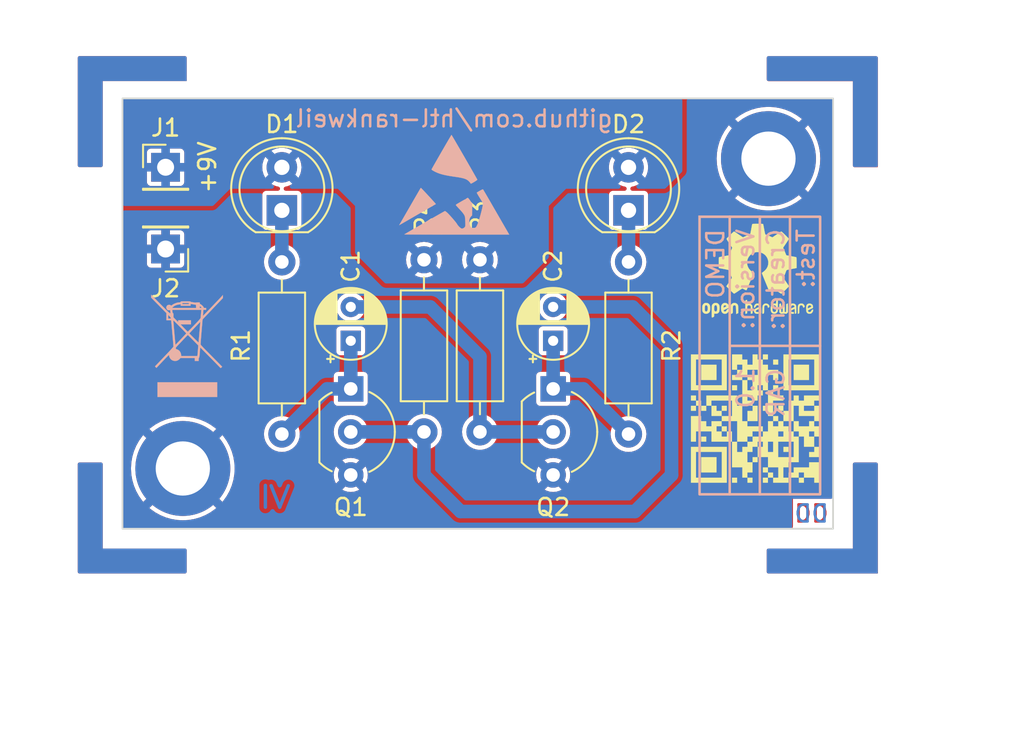
<source format=kicad_pcb>
(kicad_pcb (version 20221018) (generator pcbnew)
  (title_block (title "${acronym} - ${title}") (date "${date}") (rev "${revision}") (company "${company}") (comment 1 "${creator}") (comment 2 "${license}"))
  (layers (0 "F.Cu" signal) (31 "B.Cu" signal) (34 "B.Paste" user) (35 "F.Paste" user) (36 "B.SilkS" user "B.Silkscreen") (37 "F.SilkS" user "F.Silkscreen") (38 "B.Mask" user) (39 "F.Mask" user) (44 "Edge.Cuts" user))
  (property "acronym" "DD")
  (property "company" "HTL-Rankweil")
  (property "creator" "GAR")
  (property "date" "1337-13-37")
  (property "license" "CC BY-NC-SA 4.0")
  (property "link" "github.com/htl-rankweil")
  (property "revision" "1.0")
  (property "title" "DEMO")
  (net 0 "")
  (net 1 "Net-(Q1-C)")
  (net 2 "GND")
  (net 3 "Net-(Q2-B)")
  (net 4 "Net-(Q2-C)")
  (net 5 "Net-(Q1-B)")
  (net 6 "Net-(D1-K)")
  (net 7 "Net-(D2-K)")
  (net 8 "+9V")
  (footprint "MountingHole:MountingHole_3.2mm_M3_DIN965_Pad" (layer "F.Cu") (at 130.556 110.598996)
    (fp_text reference "H2" hide)
    (fp_text value "MountingHole_Pad" hide)
    (pad "1" thru_hole circle (at 0 0) (size 5.6 5.6) (drill 3.2) (layers "*.Cu" "*.Mask") (net 2 "GND"))
  )
  (footprint "Capacitor_THT:CP_Radial_D4.0mm_P2.00mm" (layer "F.Cu") (at 152.4 103.062595 90)
    (fp_text reference "C2" (at 4.401599 0 90) (layer "F.SilkS"))
    (fp_text value "10u")
    (pad "1" thru_hole rect (at 0 0 90) (size 1.2 1.2) (drill 0.6) (layers "*.Cu" "*.Mask") (net 4 "Net-(Q2-C)"))
    (pad "2" thru_hole circle (at 2 0 90) (size 1.2 1.2) (drill 0.6) (layers "*.Cu" "*.Mask") (net 5 "Net-(Q1-B)"))
  )
  (footprint "Resistor_THT:R_Axial_DIN0207_L6.3mm_D2.5mm_P10.16mm_Horizontal" (layer "F.Cu") (at 148.082 98.279996 -90)
    (fp_text reference "R3" (at -2.54 0 90) (layer "F.SilkS"))
    (fp_text value "10k")
    (pad "1" thru_hole circle (at 0 0 270) (size 1.6 1.6) (drill 0.8) (layers "*.Cu" "*.Mask") (net 8 "+9V"))
    (pad "2" thru_hole oval (at 10.16 0 270) (size 1.6 1.6) (drill 0.8) (layers "*.Cu" "*.Mask") (net 3 "Net-(Q2-B)"))
  )
  (footprint "LED_THT:LED_D5.0mm" (layer "F.Cu") (at 136.398 95.363996 90)
    (fp_text reference "D1" (at 5.085 0 180) (layer "F.SilkS"))
    (fp_text value "LED")
    (pad "1" thru_hole rect (at 0 0 90) (size 1.8 1.8) (drill 0.9) (layers "*.Cu" "*.Mask") (net 6 "Net-(D1-K)"))
    (pad "2" thru_hole circle (at 2.54 0 90) (size 1.8 1.8) (drill 0.9) (layers "*.Cu" "*.Mask") (net 8 "+9V"))
  )
  (footprint "Resistor_THT:R_Axial_DIN0207_L6.3mm_D2.5mm_P10.16mm_Horizontal" (layer "F.Cu") (at 136.398 98.406996 -90)
    (fp_text reference "R1" (at 4.953 2.413 90) (layer "F.SilkS"))
    (fp_text value "1k")
    (pad "1" thru_hole circle (at 0 0 270) (size 1.6 1.6) (drill 0.8) (layers "*.Cu" "*.Mask") (net 6 "Net-(D1-K)"))
    (pad "2" thru_hole oval (at 10.16 0 270) (size 1.6 1.6) (drill 0.8) (layers "*.Cu" "*.Mask") (net 1 "Net-(Q1-C)"))
  )
  (footprint "Connector_PinHeader_2.54mm:PinHeader_1x01_P2.54mm_Vertical" (layer "F.Cu") (at 129.54 92.818996)
    (fp_text reference "J1" (at 0 -2.33) (layer "F.SilkS"))
    (fp_text value "Conn_01x01_Pin" hide)
    (pad "1" thru_hole rect (at 0 0) (size 1.7 1.7) (drill 1) (layers "*.Cu" "*.Mask") (net 8 "+9V"))
  )
  (footprint "Symbol:OSHW-Logo2_7.3x6mm_SilkScreen" (layer "F.Cu") (at 164.465 98.914996)
    (fp_text reference "FID2" hide)
    (fp_text value "OH" hide)
  )
  (footprint "Images:QR_0x007e" (layer "F.Cu") (at 164.465 107.804996)
    (fp_text reference "FID4" hide)
    (fp_text value "QR" hide)
  )
  (footprint "Connector_PinHeader_2.54mm:PinHeader_1x01_P2.54mm_Vertical" (layer "F.Cu") (at 129.54 97.644996 180)
    (fp_text reference "J2" (at 0 -2.33) (layer "F.SilkS"))
    (fp_text value "Conn_01x01_Pin" hide)
    (pad "1" thru_hole rect (at 0 0 180) (size 1.7 1.7) (drill 1) (layers "*.Cu" "*.Mask") (net 2 "GND"))
  )
  (footprint "Package_TO_SOT_THT:TO-92_Inline_Wide" (layer "F.Cu") (at 140.462 105.899996 -90)
    (fp_text reference "Q1" (at 6.985 0 -180) (layer "F.SilkS"))
    (fp_text value "BC547")
    (pad "1" thru_hole rect (at 0 0 270) (size 1.5 1.5) (drill 0.8) (layers "*.Cu" "*.Mask") (net 1 "Net-(Q1-C)"))
    (pad "2" thru_hole circle (at 2.54 0 270) (size 1.5 1.5) (drill 0.8) (layers "*.Cu" "*.Mask") (net 5 "Net-(Q1-B)"))
    (pad "3" thru_hole circle (at 5.08 0 270) (size 1.5 1.5) (drill 0.8) (layers "*.Cu" "*.Mask") (net 2 "GND"))
  )
  (footprint "Package_TO_SOT_THT:TO-92_Inline_Wide" (layer "F.Cu") (at 152.4 105.899996 -90)
    (fp_text reference "Q2" (at 6.985 0 -180) (layer "F.SilkS"))
    (fp_text value "BC547")
    (pad "1" thru_hole rect (at 0 0 270) (size 1.5 1.5) (drill 0.8) (layers "*.Cu" "*.Mask") (net 4 "Net-(Q2-C)"))
    (pad "2" thru_hole circle (at 2.54 0 270) (size 1.5 1.5) (drill 0.8) (layers "*.Cu" "*.Mask") (net 3 "Net-(Q2-B)"))
    (pad "3" thru_hole circle (at 5.08 0 270) (size 1.5 1.5) (drill 0.8) (layers "*.Cu" "*.Mask") (net 2 "GND"))
  )
  (footprint "MountingHole:MountingHole_3.2mm_M3_DIN965_Pad" (layer "F.Cu") (at 165.1 92.310996)
    (fp_text reference "H1" hide)
    (fp_text value "MountingHole_Pad" hide)
    (pad "1" thru_hole circle (at 0 0) (size 5.6 5.6) (drill 3.2) (layers "*.Cu" "*.Mask") (net 2 "GND"))
  )
  (footprint "Resistor_THT:R_Axial_DIN0207_L6.3mm_D2.5mm_P10.16mm_Horizontal" (layer "F.Cu") (at 144.78 98.279996 -90)
    (fp_text reference "R4" (at -2.54 0 90) (layer "F.SilkS"))
    (fp_text value "10k")
    (pad "1" thru_hole circle (at 0 0 270) (size 1.6 1.6) (drill 0.8) (layers "*.Cu" "*.Mask") (net 8 "+9V"))
    (pad "2" thru_hole oval (at 10.16 0 270) (size 1.6 1.6) (drill 0.8) (layers "*.Cu" "*.Mask") (net 5 "Net-(Q1-B)"))
  )
  (footprint "Resistor_THT:R_Axial_DIN0207_L6.3mm_D2.5mm_P10.16mm_Horizontal" (layer "F.Cu") (at 156.845 98.406996 -90)
    (fp_text reference "R2" (at 4.953 -2.54 90) (layer "F.SilkS"))
    (fp_text value "1k")
    (pad "1" thru_hole circle (at 0 0 270) (size 1.6 1.6) (drill 0.8) (layers "*.Cu" "*.Mask") (net 7 "Net-(D2-K)"))
    (pad "2" thru_hole oval (at 10.16 0 270) (size 1.6 1.6) (drill 0.8) (layers "*.Cu" "*.Mask") (net 4 "Net-(Q2-C)"))
  )
  (footprint "LED_THT:LED_D5.0mm" (layer "F.Cu") (at 156.845 95.363996 90)
    (fp_text reference "D2" (at 5.08 0 180) (layer "F.SilkS"))
    (fp_text value "LED")
    (pad "1" thru_hole rect (at 0 0 90) (size 1.8 1.8) (drill 0.9) (layers "*.Cu" "*.Mask") (net 7 "Net-(D2-K)"))
    (pad "2" thru_hole circle (at 2.54 0 90) (size 1.8 1.8) (drill 0.9) (layers "*.Cu" "*.Mask") (net 8 "+9V"))
  )
  (footprint "Capacitor_THT:CP_Radial_D4.0mm_P2.00mm" (layer "F.Cu") (at 140.462 103.062595 90)
    (fp_text reference "C1" (at 4.401599 0 90) (layer "F.SilkS"))
    (fp_text value "10u")
    (pad "1" thru_hole rect (at 0 0 90) (size 1.2 1.2) (drill 0.6) (layers "*.Cu" "*.Mask") (net 1 "Net-(Q1-C)"))
    (pad "2" thru_hole circle (at 2 0 90) (size 1.2 1.2) (drill 0.6) (layers "*.Cu" "*.Mask") (net 3 "Net-(Q2-B)"))
  )
  (footprint "Symbol:WEEE-Logo_4.2x6mm_SilkScreen" (layer "B.Cu") (at 130.81 103.359996 180)
    (fp_text reference "FID1" hide)
    (fp_text value "BIN" hide)
  )
  (footprint "Symbol:ESD-Logo_6.6x6mm_SilkScreen" (layer "B.Cu") (at 146.558 93.834996 180)
    (fp_text reference "FID3" hide)
    (fp_text value "ESD" hide)
  )
  (gr_poly (pts (xy 171.45 116.694996) (xy 171.45 110.344996) (xy 170.18 110.344996) (xy 170.18 115.424996) (xy 165.1 115.424996) (xy 165.1 116.694996)) (stroke (width 0.2)) (fill solid) (layer "F.Cu"))
  (gr_poly (pts (xy 124.46 110.344996) (xy 124.46 116.694996) (xy 130.683 116.694996) (xy 130.683 115.424996) (xy 125.73 115.424996) (xy 125.73 110.344996)) (stroke (width 0.2)) (fill solid) (layer "F.Cu"))
  (gr_poly (pts (xy 170.18 86.367396) (xy 165.1 86.367396) (xy 165.1 87.637396) (xy 170.18 87.637396) (xy 170.18 92.717396) (xy 171.45 92.717396) (xy 171.45 86.367396)) (stroke (width 0.2)) (fill solid) (layer "F.Cu"))
  (gr_poly (pts (xy 125.73 92.71) (xy 125.73 87.63) (xy 130.683 87.63) (xy 130.683 86.36) (xy 124.46 86.36) (xy 124.46 92.71)) (stroke (width 0.2)) (fill solid) (layer "F.Cu"))
  (gr_poly (pts (xy 171.45 116.694996) (xy 165.1 116.694996) (xy 165.1 115.424996) (xy 170.18 115.424996) (xy 170.18 110.344996) (xy 171.45 110.344996)) (stroke (width 0.2)) (fill solid) (layer "B.Cu"))
  (gr_poly (pts (xy 171.45 87.63) (xy 171.45 92.71) (xy 170.18 92.71) (xy 170.18 87.63) (xy 165.1 87.63) (xy 165.1 86.36) (xy 171.45 86.36)) (stroke (width 0.2)) (fill solid) (layer "B.Cu"))
  (gr_poly (pts (xy 130.683 116.694996) (xy 124.46 116.694996) (xy 124.46 110.344996) (xy 125.73 110.344996) (xy 125.73 115.424996) (xy 130.683 115.424996)) (stroke (width 0.2)) (fill solid) (layer "B.Cu"))
  (gr_line (start 136.779 111.614996) (end 136.271 112.884996) (stroke (width 0.2)) (layer "B.Cu"))
  (gr_poly (pts (xy 130.683 87.63) (xy 125.73 87.63) (xy 125.73 92.71) (xy 124.46 92.71) (xy 124.46 86.36) (xy 130.683 86.36)) (stroke (width 0.2)) (fill solid) (layer "B.Cu"))
  (gr_line (start 135.4254 112.884996) (end 135.4254 111.596992) (stroke (width 0.2)) (layer "B.Cu"))
  (gr_line (start 135.763 111.614996) (end 136.271 112.884996) (stroke (width 0.2)) (layer "B.Cu"))
  (gr_rect (start 161.036 95.739996) (end 168.148 112.122996) (stroke (width 0.15)) (fill none) (layer "B.SilkS"))
  (gr_line (start 162.814 95.739996) (end 162.814 112.122996) (stroke (width 0.15)) (layer "B.SilkS"))
  (gr_line (start 166.37 95.739996) (end 166.37 112.122996) (stroke (width 0.15)) (layer "B.SilkS"))
  (gr_line (start 164.592 95.739996) (end 164.592 112.122996) (stroke (width 0.15)) (layer "B.SilkS"))
  (gr_line (start 162.814 103.359996) (end 168.148 103.359996) (stroke (width 0.15)) (layer "B.SilkS"))
  (gr_rect (start 127 88.754996) (end 168.91 114.154996) (stroke (width 0.1)) (fill none) (layer "Edge.Cuts"))
  (gr_text "${acronym}" (at 167.64 113.265996) (layer "F.Cu") (effects (font (size 1 1))))
  (gr_text "${acronym}" (at 167.64 113.265996) (layer "B.Cu") (effects (font (size 1 1)) (justify mirror)))
  (gr_text "${title}" (at 162.56 96.374996 90) (layer "B.SilkS") (effects (font (size 1 1)) (justify left bottom mirror)))
  (gr_text "Version:   ${revision}" (at 164.338 96.374996 90) (layer "B.SilkS") (effects (font (size 1 1)) (justify left bottom mirror)))
  (gr_text "Test:" (at 167.894 96.374996 90) (layer "B.SilkS") (effects (font (size 1 1)) (justify left bottom mirror)))
  (gr_text "Creator:   ${creator}" (at 166.116 96.374996 90) (layer "B.SilkS") (effects (font (size 1 1)) (justify left bottom mirror)))
  (gr_text "${link}" (at 146.558 90.532996) (layer "B.SilkS") (effects (font (size 1 1)) (justify bottom mirror)))
  (gr_text "+9V" (at 132.588 92.818996 90) (layer "F.SilkS") (effects (font (size 1 1)) (justify bottom)))
  (segment (start 139.065 105.899996) (end 136.398 108.566996) (width 0.8) (layer "B.Cu") (net 1))
  (segment (start 140.462 103.062595) (end 140.462 105.899996) (width 0.8) (layer "B.Cu") (net 1))
  (segment (start 140.462 105.899996) (end 139.065 105.899996) (width 0.8) (layer "B.Cu") (net 1))
  (segment (start 145.149599 101.062595) (end 140.462 101.062595) (width 0.8) (layer "B.Cu") (net 3))
  (segment (start 148.082 108.439996) (end 148.082 103.994996) (width 0.8) (layer "B.Cu") (net 3))
  (segment (start 148.082 108.439996) (end 152.4 108.439996) (width 0.8) (layer "B.Cu") (net 3))
  (segment (start 148.082 103.994996) (end 145.149599 101.062595) (width 0.8) (layer "B.Cu") (net 3))
  (segment (start 154.178 105.899996) (end 156.845 108.566996) (width 0.8) (layer "B.Cu") (net 4))
  (segment (start 152.4 103.062595) (end 152.4 105.899996) (width 0.8) (layer "B.Cu") (net 4))
  (segment (start 152.4 105.899996) (end 154.178 105.899996) (width 0.8) (layer "B.Cu") (net 4))
  (segment (start 146.939 113.138996) (end 157.226 113.138996) (width 0.8) (layer "B.Cu") (net 5))
  (segment (start 159.385 110.979996) (end 159.385 103.359996) (width 0.8) (layer "B.Cu") (net 5))
  (segment (start 144.78 110.979996) (end 146.939 113.138996) (width 0.8) (layer "B.Cu") (net 5))
  (segment (start 144.78 108.439996) (end 140.462 108.439996) (width 0.8) (layer "B.Cu") (net 5))
  (segment (start 157.087599 101.062595) (end 152.4 101.062595) (width 0.8) (layer "B.Cu") (net 5))
  (segment (start 159.385 103.359996) (end 157.087599 101.062595) (width 0.8) (layer "B.Cu") (net 5))
  (segment (start 157.226 113.138996) (end 159.385 110.979996) (width 0.8) (layer "B.Cu") (net 5))
  (segment (start 144.78 108.439996) (end 144.78 110.979996) (width 0.8) (layer "B.Cu") (net 5))
  (segment (start 136.398 95.363996) (end 136.398 98.406996) (width 0.8) (layer "B.Cu") (net 6))
  (segment (start 156.845 95.363996) (end 156.845 98.406996) (width 0.8) (layer "B.Cu") (net 7))
  (zone (net 2) (net_name "GND") (layers "F&B.Cu") (connect_pads (clearance 0.254)) (min_thickness 0.254) (fill yes (thermal_gap 0.254) (thermal_bridge_width 0.508))
    (polygon (pts (xy 127 88.754996) (xy 168.91 88.754996) (xy 168.91 114.154996) (xy 127 114.154996)))
  )
  (zone (net 8) (net_name "+9V") (layer "B.Cu") (priority 2) (connect_pads (clearance 0.254)) (min_thickness 0.254) (fill yes (thermal_gap 0.254) (thermal_bridge_width 0.508))
    (polygon (pts (xy 127 88.754996) (xy 160.02 88.754996) (xy 160.02 93.072996) (xy 159.004 94.088996) (xy 153.162 94.088996) (xy 152.146 95.104996) (xy 152.146 98.152996) (xy 150.622 99.676996) (xy 142.494 99.676996) (xy 140.716 97.898996) (xy 140.716 95.104996) (xy 139.7 94.088996) (xy 133.35 94.088996) (xy 132.334 95.104996) (xy 127 95.104996)))
  )
)
</source>
